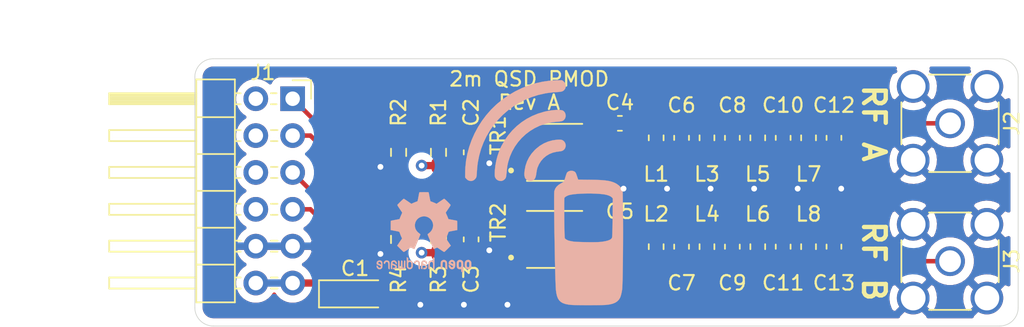
<source format=kicad_pcb>
(kicad_pcb (version 20171130) (host pcbnew 5.1.10-1.fc33)
  (title_block (title "2m QSD PMOD") (date 2021-10-10) (rev A) (company "Mobilinkd LLC"))
  (layers (0 F.Cu signal) (1 In1.Cu power) (2 In2.Cu power) (31 B.Cu signal) (34 B.Paste user) (35 F.Paste user) (36 B.SilkS user) (37 F.SilkS user) (38 B.Mask user) (39 F.Mask user) (44 Edge.Cuts user))
  (net 0 "")
  (net 1 +3V3)
  (net 2 GND)
  (net 3 "Net-(J1-Pad10)")
  (net 4 "Net-(J1-Pad9)")
  (net 5 "Net-(J1-Pad8)")
  (net 6 "Net-(J1-Pad7)")
  (net 7 "Net-(C2-Pad1)")
  (net 8 "Net-(C3-Pad1)")
  (net 9 /rfb-)
  (net 10 /rfb+)
  (net 11 /rfa-)
  (net 12 /rfa+)
  (net 13 /rfa)
  (net 14 /rfb)
  (net 15 "Net-(C4-Pad2)")
  (net 16 "Net-(C4-Pad1)")
  (net 17 "Net-(C5-Pad2)")
  (net 18 "Net-(C5-Pad1)")
  (net 19 "Net-(C8-Pad2)")
  (net 20 "Net-(C10-Pad1)")
  (net 21 "Net-(C9-Pad2)")
  (net 22 "Net-(C11-Pad1)")
  (net 23 "Net-(C12-Pad2)")
  (net 24 "Net-(C13-Pad2)")
  (module Inductor_SMD:L_0603_1608Metric_Pad1.05x0.95mm_HandSolder (layer F.Cu) (at 166.75 95.5 270)
    (fp_text reference L8 (at -2.25 0 180) (layer F.SilkS))
    (fp_text value 430nH)
    (pad 2 smd roundrect (at 0.875 0 270) (size 1.05 0.95) (layers F.Cu F.Paste F.Mask) (net 24 "Net-(C13-Pad2)"))
    (pad 1 smd roundrect (at -0.875 0 270) (size 1.05 0.95) (layers F.Cu F.Paste F.Mask) (net 22 "Net-(C11-Pad1)"))
  )
  (module Inductor_SMD:L_0603_1608Metric_Pad1.05x0.95mm_HandSolder (layer F.Cu) (at 166.75 88 270)
    (fp_text reference L7 (at 2.5 0 180) (layer F.SilkS))
    (fp_text value 430nH)
    (pad 2 smd roundrect (at 0.875 0 270) (size 1.05 0.95) (layers F.Cu F.Paste F.Mask) (net 23 "Net-(C12-Pad2)"))
    (pad 1 smd roundrect (at -0.875 0 270) (size 1.05 0.95) (layers F.Cu F.Paste F.Mask) (net 20 "Net-(C10-Pad1)"))
  )
  (module Inductor_SMD:L_0603_1608Metric_Pad1.05x0.95mm_HandSolder (layer F.Cu) (at 163.25 95.5 270)
    (fp_text reference L6 (at -2.25 0 180) (layer F.SilkS))
    (fp_text value 8.2nH)
    (pad 2 smd roundrect (at 0.875 0 270) (size 1.05 0.95) (layers F.Cu F.Paste F.Mask) (net 2 GND))
    (pad 1 smd roundrect (at -0.875 0 270) (size 1.05 0.95) (layers F.Cu F.Paste F.Mask) (net 22 "Net-(C11-Pad1)"))
  )
  (module Inductor_SMD:L_0603_1608Metric_Pad1.05x0.95mm_HandSolder (layer F.Cu) (at 163.25 88 270)
    (fp_text reference L5 (at 2.5 0 180) (layer F.SilkS))
    (fp_text value 8.2nH)
    (pad 2 smd roundrect (at 0.875 0 270) (size 1.05 0.95) (layers F.Cu F.Paste F.Mask) (net 2 GND))
    (pad 1 smd roundrect (at -0.875 0 270) (size 1.05 0.95) (layers F.Cu F.Paste F.Mask) (net 20 "Net-(C10-Pad1)"))
  )
  (module Inductor_SMD:L_0603_1608Metric_Pad1.05x0.95mm_HandSolder (layer F.Cu) (at 159.75 95.5 270)
    (fp_text reference L4 (at -2.25 0 180) (layer F.SilkS))
    (fp_text value 430nH)
    (pad 2 smd roundrect (at 0.875 0 270) (size 1.05 0.95) (layers F.Cu F.Paste F.Mask) (net 21 "Net-(C9-Pad2)"))
    (pad 1 smd roundrect (at -0.875 0 270) (size 1.05 0.95) (layers F.Cu F.Paste F.Mask) (net 17 "Net-(C5-Pad2)"))
  )
  (module Inductor_SMD:L_0603_1608Metric_Pad1.05x0.95mm_HandSolder (layer F.Cu) (at 159.75 88 270)
    (fp_text reference L3 (at 2.5 0 180) (layer F.SilkS))
    (fp_text value 430nH)
    (pad 2 smd roundrect (at 0.875 0 270) (size 1.05 0.95) (layers F.Cu F.Paste F.Mask) (net 19 "Net-(C8-Pad2)"))
    (pad 1 smd roundrect (at -0.875 0 270) (size 1.05 0.95) (layers F.Cu F.Paste F.Mask) (net 15 "Net-(C4-Pad2)"))
  )
  (module Inductor_SMD:L_0603_1608Metric_Pad1.05x0.95mm_HandSolder (layer F.Cu) (at 156.25 95.5 270)
    (fp_text reference L2 (at -2.25 0 180) (layer F.SilkS))
    (fp_text value 8.2nH)
    (pad 2 smd roundrect (at 0.875 0 270) (size 1.05 0.95) (layers F.Cu F.Paste F.Mask) (net 2 GND))
    (pad 1 smd roundrect (at -0.875 0 270) (size 1.05 0.95) (layers F.Cu F.Paste F.Mask) (net 17 "Net-(C5-Pad2)"))
  )
  (module Inductor_SMD:L_0603_1608Metric_Pad1.05x0.95mm_HandSolder (layer F.Cu) (at 156.25 88 270)
    (fp_text reference L1 (at 2.5 0 180) (layer F.SilkS))
    (fp_text value 8.2nH)
    (pad 2 smd roundrect (at 0.875 0 270) (size 1.05 0.95) (layers F.Cu F.Paste F.Mask) (net 2 GND))
    (pad 1 smd roundrect (at -0.875 0 270) (size 1.05 0.95) (layers F.Cu F.Paste F.Mask) (net 15 "Net-(C4-Pad2)"))
  )
  (module Capacitor_SMD:C_0603_1608Metric_Pad1.08x0.95mm_HandSolder (layer F.Cu) (at 168.5 95.5 270)
    (fp_text reference C13 (at 2.5 0 180) (layer F.SilkS))
    (fp_text value 3.3pF)
    (pad 2 smd roundrect (at 0.8625 0 270) (size 1.075 0.95) (layers F.Cu F.Paste F.Mask) (net 24 "Net-(C13-Pad2)"))
    (pad 1 smd roundrect (at -0.8625 0 270) (size 1.075 0.95) (layers F.Cu F.Paste F.Mask) (net 14 /rfb))
  )
  (module Capacitor_SMD:C_0603_1608Metric_Pad1.08x0.95mm_HandSolder (layer F.Cu) (at 168.5 88 270)
    (fp_text reference C12 (at -2.25 0 180) (layer F.SilkS))
    (fp_text value 3.3pF)
    (pad 2 smd roundrect (at 0.8625 0 270) (size 1.075 0.95) (layers F.Cu F.Paste F.Mask) (net 23 "Net-(C12-Pad2)"))
    (pad 1 smd roundrect (at -0.8625 0 270) (size 1.075 0.95) (layers F.Cu F.Paste F.Mask) (net 13 /rfa))
  )
  (module Capacitor_SMD:C_0603_1608Metric_Pad1.08x0.95mm_HandSolder (layer F.Cu) (at 165 95.5 270)
    (fp_text reference C11 (at 2.5 0 180) (layer F.SilkS))
    (fp_text value 160pF)
    (pad 2 smd roundrect (at 0.8625 0 270) (size 1.075 0.95) (layers F.Cu F.Paste F.Mask) (net 2 GND))
    (pad 1 smd roundrect (at -0.8625 0 270) (size 1.075 0.95) (layers F.Cu F.Paste F.Mask) (net 22 "Net-(C11-Pad1)"))
  )
  (module Capacitor_SMD:C_0603_1608Metric_Pad1.08x0.95mm_HandSolder (layer F.Cu) (at 165 88 270)
    (fp_text reference C10 (at -2.25 0 180) (layer F.SilkS))
    (fp_text value 160pF)
    (pad 2 smd roundrect (at 0.8625 0 270) (size 1.075 0.95) (layers F.Cu F.Paste F.Mask) (net 2 GND))
    (pad 1 smd roundrect (at -0.8625 0 270) (size 1.075 0.95) (layers F.Cu F.Paste F.Mask) (net 20 "Net-(C10-Pad1)"))
  )
  (module Capacitor_SMD:C_0603_1608Metric_Pad1.08x0.95mm_HandSolder (layer F.Cu) (at 161.5 95.5 270)
    (fp_text reference C9 (at 2.5 0 180) (layer F.SilkS))
    (fp_text value 3.3pF)
    (pad 2 smd roundrect (at 0.8625 0 270) (size 1.075 0.95) (layers F.Cu F.Paste F.Mask) (net 21 "Net-(C9-Pad2)"))
    (pad 1 smd roundrect (at -0.8625 0 270) (size 1.075 0.95) (layers F.Cu F.Paste F.Mask) (net 22 "Net-(C11-Pad1)"))
  )
  (module Capacitor_SMD:C_0603_1608Metric_Pad1.08x0.95mm_HandSolder (layer F.Cu) (at 161.5 88 270)
    (fp_text reference C8 (at -2.25 0 180) (layer F.SilkS))
    (fp_text value 3.3pF)
    (pad 2 smd roundrect (at 0.8625 0 270) (size 1.075 0.95) (layers F.Cu F.Paste F.Mask) (net 19 "Net-(C8-Pad2)"))
    (pad 1 smd roundrect (at -0.8625 0 270) (size 1.075 0.95) (layers F.Cu F.Paste F.Mask) (net 20 "Net-(C10-Pad1)"))
  )
  (module Capacitor_SMD:C_0603_1608Metric_Pad1.08x0.95mm_HandSolder (layer F.Cu) (at 158 95.5 270)
    (fp_text reference C7 (at 2.5 0 180) (layer F.SilkS))
    (fp_text value 160pF)
    (pad 2 smd roundrect (at 0.8625 0 270) (size 1.075 0.95) (layers F.Cu F.Paste F.Mask) (net 2 GND))
    (pad 1 smd roundrect (at -0.8625 0 270) (size 1.075 0.95) (layers F.Cu F.Paste F.Mask) (net 17 "Net-(C5-Pad2)"))
  )
  (module Capacitor_SMD:C_0603_1608Metric_Pad1.08x0.95mm_HandSolder (layer F.Cu) (at 158 88 270)
    (fp_text reference C6 (at -2.25 0 180) (layer F.SilkS))
    (fp_text value 160pF)
    (pad 2 smd roundrect (at 0.8625 0 270) (size 1.075 0.95) (layers F.Cu F.Paste F.Mask) (net 2 GND))
    (pad 1 smd roundrect (at -0.8625 0 270) (size 1.075 0.95) (layers F.Cu F.Paste F.Mask) (net 15 "Net-(C4-Pad2)"))
  )
  (module Capacitor_SMD:C_0603_1608Metric (layer F.Cu) (at 153.75 94.5)
    (fp_text reference C5 (at 0 -1.43) (layer F.SilkS))
    (fp_text value 0.1uF)
    (pad 2 smd roundrect (at 0.775 0) (size 0.9 0.95) (layers F.Cu F.Paste F.Mask) (net 17 "Net-(C5-Pad2)"))
    (pad 1 smd roundrect (at -0.775 0) (size 0.9 0.95) (layers F.Cu F.Paste F.Mask) (net 18 "Net-(C5-Pad1)"))
  )
  (module Capacitor_SMD:C_0603_1608Metric (layer F.Cu) (at 153.75 87)
    (fp_text reference C4 (at 0 -1.43) (layer F.SilkS))
    (fp_text value 0.1uF)
    (pad 2 smd roundrect (at 0.775 0) (size 0.9 0.95) (layers F.Cu F.Paste F.Mask) (net 15 "Net-(C4-Pad2)"))
    (pad 1 smd roundrect (at -0.775 0) (size 0.9 0.95) (layers F.Cu F.Paste F.Mask) (net 16 "Net-(C4-Pad1)"))
  )
  (module lvds_pmod:Mobilinkd_Logo (layer B.Cu) (at 150.25 92 180)
    (fp_text reference G1 hide)
    (fp_text value LOGO hide)
  )
  (module Symbol:OSHW-Logo2_7.3x6mm_SilkScreen (layer B.Cu) (at 140.25 94.5 180)
    (fp_text reference REF** hide)
    (fp_text value OSHW-Logo2_7.3x6mm_SilkScreen hide)
  )
  (module lvds_pmod:XFMR_TC1-1-13M+ (layer F.Cu) (at 149.25 95 90)
    (fp_text reference TR2 (at 1.175 -3.885 90) (layer F.SilkS))
    (fp_text value CX2047LNL)
    (pad 4 smd rect (at 1.27 1.59 90) (size 0.76 1.65) (layers F.Cu F.Paste F.Mask) (net 18 "Net-(C5-Pad1)"))
    (pad 6 smd rect (at -1.27 1.59 90) (size 0.76 1.65) (layers F.Cu F.Paste F.Mask) (net 2 GND))
    (pad 1 smd rect (at -1.27 -1.59 90) (size 0.76 1.65) (layers F.Cu F.Paste F.Mask) (net 9 /rfb-))
    (pad 2 smd rect (at 0 -1.59 90) (size 0.76 1.65) (layers F.Cu F.Paste F.Mask) (net 8 "Net-(C3-Pad1)"))
    (pad 3 smd rect (at 1.27 -1.59 90) (size 0.76 1.65) (layers F.Cu F.Paste F.Mask) (net 10 /rfb+))
  )
  (module lvds_pmod:XFMR_TC1-1-13M+ (layer F.Cu) (at 149.25 89 90)
    (fp_text reference TR1 (at 1.175 -3.885 90) (layer F.SilkS))
    (fp_text value CX2047LNL)
    (pad 4 smd rect (at 1.27 1.59 90) (size 0.76 1.65) (layers F.Cu F.Paste F.Mask) (net 16 "Net-(C4-Pad1)"))
    (pad 6 smd rect (at -1.27 1.59 90) (size 0.76 1.65) (layers F.Cu F.Paste F.Mask) (net 2 GND))
    (pad 1 smd rect (at -1.27 -1.59 90) (size 0.76 1.65) (layers F.Cu F.Paste F.Mask) (net 11 /rfa-))
    (pad 2 smd rect (at 0 -1.59 90) (size 0.76 1.65) (layers F.Cu F.Paste F.Mask) (net 7 "Net-(C2-Pad1)"))
    (pad 3 smd rect (at 1.27 -1.59 90) (size 0.76 1.65) (layers F.Cu F.Paste F.Mask) (net 12 /rfa+))
  )
  (module Resistor_SMD:R_0603_1608Metric_Pad0.98x0.95mm_HandSolder (layer F.Cu) (at 138.5 95 270)
    (fp_text reference R4 (at 2.75 0 90) (layer F.SilkS))
    (fp_text value 1k)
    (pad 2 smd roundrect (at 0.9125 0 270) (size 0.975 0.95) (layers F.Cu F.Paste F.Mask) (net 2 GND))
    (pad 1 smd roundrect (at -0.9125 0 270) (size 0.975 0.95) (layers F.Cu F.Paste F.Mask) (net 8 "Net-(C3-Pad1)"))
  )
  (module Resistor_SMD:R_0603_1608Metric_Pad0.98x0.95mm_HandSolder (layer F.Cu) (at 141.25 95 90)
    (fp_text reference R3 (at -2.75 0 90) (layer F.SilkS))
    (fp_text value 1k)
    (pad 2 smd roundrect (at 0.9125 0 90) (size 0.975 0.95) (layers F.Cu F.Paste F.Mask) (net 8 "Net-(C3-Pad1)"))
    (pad 1 smd roundrect (at -0.9125 0 90) (size 0.975 0.95) (layers F.Cu F.Paste F.Mask) (net 1 +3V3))
  )
  (module Resistor_SMD:R_0603_1608Metric_Pad0.98x0.95mm_HandSolder (layer F.Cu) (at 138.5 89 270)
    (fp_text reference R2 (at -2.75 0 90) (layer F.SilkS))
    (fp_text value 1k)
    (pad 2 smd roundrect (at 0.9125 0 270) (size 0.975 0.95) (layers F.Cu F.Paste F.Mask) (net 2 GND))
    (pad 1 smd roundrect (at -0.9125 0 270) (size 0.975 0.95) (layers F.Cu F.Paste F.Mask) (net 7 "Net-(C2-Pad1)"))
  )
  (module Resistor_SMD:R_0603_1608Metric_Pad0.98x0.95mm_HandSolder (layer F.Cu) (at 141.25 89 90)
    (fp_text reference R1 (at 2.75 0 90) (layer F.SilkS))
    (fp_text value 1k)
    (pad 2 smd roundrect (at 0.9125 0 90) (size 0.975 0.95) (layers F.Cu F.Paste F.Mask) (net 7 "Net-(C2-Pad1)"))
    (pad 1 smd roundrect (at -0.9125 0 90) (size 0.975 0.95) (layers F.Cu F.Paste F.Mask) (net 1 +3V3))
  )
  (module Connector_Coaxial:SMA_Amphenol_901-144_Vertical (layer F.Cu) (at 176.5 96.5)
    (fp_text reference J3 (at 4.25 0 90) (layer F.SilkS))
    (fp_text value Conn_Coaxial)
    (pad 2 thru_hole circle (at -2.54 2.54) (size 2.25 2.25) (drill 1.7) (layers *.Cu *.Mask) (net 2 GND))
    (pad 2 thru_hole circle (at -2.54 -2.54) (size 2.25 2.25) (drill 1.7) (layers *.Cu *.Mask) (net 2 GND))
    (pad 2 thru_hole circle (at 2.54 -2.54) (size 2.25 2.25) (drill 1.7) (layers *.Cu *.Mask) (net 2 GND))
    (pad 2 thru_hole circle (at 2.54 2.54) (size 2.25 2.25) (drill 1.7) (layers *.Cu *.Mask) (net 2 GND))
    (pad 1 thru_hole circle (at 0 0) (size 2.05 2.05) (drill 1.5) (layers *.Cu *.Mask) (net 14 /rfb))
  )
  (module Connector_Coaxial:SMA_Amphenol_901-144_Vertical (layer F.Cu) (at 176.5 87)
    (fp_text reference J2 (at 4.25 0 270) (layer F.SilkS))
    (fp_text value Conn_Coaxial)
    (pad 2 thru_hole circle (at -2.54 2.54) (size 2.25 2.25) (drill 1.7) (layers *.Cu *.Mask) (net 2 GND))
    (pad 2 thru_hole circle (at -2.54 -2.54) (size 2.25 2.25) (drill 1.7) (layers *.Cu *.Mask) (net 2 GND))
    (pad 2 thru_hole circle (at 2.54 -2.54) (size 2.25 2.25) (drill 1.7) (layers *.Cu *.Mask) (net 2 GND))
    (pad 2 thru_hole circle (at 2.54 2.54) (size 2.25 2.25) (drill 1.7) (layers *.Cu *.Mask) (net 2 GND))
    (pad 1 thru_hole circle (at 0 0) (size 2.05 2.05) (drill 1.5) (layers *.Cu *.Mask) (net 13 /rfa))
  )
  (module Capacitor_SMD:C_0603_1608Metric_Pad1.08x0.95mm_HandSolder (layer F.Cu) (at 143.5 95 270)
    (fp_text reference C3 (at 2.75 0 90) (layer F.SilkS))
    (fp_text value 0.1uF)
    (pad 2 smd roundrect (at 0.8625 0 270) (size 1.075 0.95) (layers F.Cu F.Paste F.Mask) (net 2 GND))
    (pad 1 smd roundrect (at -0.8625 0 270) (size 1.075 0.95) (layers F.Cu F.Paste F.Mask) (net 8 "Net-(C3-Pad1)"))
  )
  (module Capacitor_SMD:C_0603_1608Metric_Pad1.08x0.95mm_HandSolder (layer F.Cu) (at 143.5 89 270)
    (fp_text reference C2 (at -2.75 0 90) (layer F.SilkS))
    (fp_text value 0.1uF)
    (pad 2 smd roundrect (at 0.8625 0 270) (size 1.075 0.95) (layers F.Cu F.Paste F.Mask) (net 2 GND))
    (pad 1 smd roundrect (at -0.8625 0 270) (size 1.075 0.95) (layers F.Cu F.Paste F.Mask) (net 7 "Net-(C2-Pad1)"))
  )
  (module Capacitor_Tantalum_SMD:CP_EIA-3216-12_Kemet-S_Pad1.58x1.35mm_HandSolder (layer F.Cu) (at 135.5 98.75)
    (fp_text reference C1 (at 0 -1.75) (layer F.SilkS))
    (fp_text value 10uF)
    (pad 2 smd roundrect (at 1.4375 0) (size 1.575 1.35) (layers F.Cu F.Paste F.Mask) (roundrect_rratio 0.185185) (net 2 GND))
    (pad 1 smd roundrect (at -1.4375 0) (size 1.575 1.35) (layers F.Cu F.Paste F.Mask) (roundrect_rratio 0.185185) (net 1 +3V3))
  )
  (module Connector_PinHeader_2.54mm:PinHeader_2x06_P2.54mm_Horizontal (layer F.Cu) (at 125.5 90.805)
    (fp_text reference J1 (at 3.655 -7.305) (layer F.SilkS))
    (fp_text value Conn_02x06_Top_Bottom)
    (pad 12 thru_hole oval (at 3.16 7.2) (size 1.7 1.7) (drill 1) (layers *.Cu *.Mask) (net 1 +3V3))
    (pad 6 thru_hole oval (at 5.7 7.2) (size 1.7 1.7) (drill 1) (layers *.Cu *.Mask) (net 1 +3V3))
    (pad 11 thru_hole oval (at 3.16 4.66) (size 1.7 1.7) (drill 1) (layers *.Cu *.Mask) (net 2 GND))
    (pad 5 thru_hole oval (at 5.7 4.66) (size 1.7 1.7) (drill 1) (layers *.Cu *.Mask) (net 2 GND))
    (pad 10 thru_hole oval (at 3.16 2.12) (size 1.7 1.7) (drill 1) (layers *.Cu *.Mask) (net 3 "Net-(J1-Pad10)"))
    (pad 4 thru_hole oval (at 5.7 2.12) (size 1.7 1.7) (drill 1) (layers *.Cu *.Mask) (net 9 /rfb-))
    (pad 9 thru_hole oval (at 3.16 -0.42) (size 1.7 1.7) (drill 1) (layers *.Cu *.Mask) (net 4 "Net-(J1-Pad9)"))
    (pad 3 thru_hole oval (at 5.7 -0.42) (size 1.7 1.7) (drill 1) (layers *.Cu *.Mask) (net 10 /rfb+))
    (pad 8 thru_hole oval (at 3.16 -2.96) (size 1.7 1.7) (drill 1) (layers *.Cu *.Mask) (net 5 "Net-(J1-Pad8)"))
    (pad 2 thru_hole oval (at 5.7 -2.96) (size 1.7 1.7) (drill 1) (layers *.Cu *.Mask) (net 11 /rfa-))
    (pad 7 thru_hole oval (at 3.16 -5.5) (size 1.7 1.7) (drill 1) (layers *.Cu *.Mask) (net 6 "Net-(J1-Pad7)"))
    (pad 1 thru_hole rect (at 5.7 -5.5) (size 1.7 1.7) (drill 1) (layers *.Cu *.Mask) (net 12 /rfa+))
  )
  (gr_text "RF B" (at 171.25 96.5 -90) (layer F.SilkS) (effects (font (size 1.5 1.5) (thickness 0.3))))
  (gr_text "RF A" (at 171.25 87 -90) (layer F.SilkS) (effects (font (size 1.5 1.5) (thickness 0.3))))
  (gr_text "2m QSD PMOD\nRev A" (at 147.5 84.75) (layer F.SilkS) (effects (font (size 1 1))))
  (gr_arc (start 179.925 99.695) (end 179.925 100.965) (angle -90) (layer Edge.Cuts) (width 0.05))
  (gr_arc (start 125.73 99.695) (end 124.46 99.695) (angle -90) (layer Edge.Cuts) (width 0.05))
  (gr_arc (start 125.73 83.82) (end 125.73 82.55) (angle -90) (layer Edge.Cuts) (width 0.05))
  (gr_arc (start 179.925 83.82) (end 181.195 83.82) (angle -90) (layer Edge.Cuts) (width 0.05))
  (gr_line (start 181.195 99.695) (end 181.195 83.82) (layer Edge.Cuts) (width 0.05))
  (gr_line (start 125.73 100.965) (end 179.925 100.965) (layer Edge.Cuts) (width 0.05))
  (gr_line (start 125.73 82.55) (end 179.925 82.55) (layer Edge.Cuts) (width 0.05))
  (gr_line (start 124.46 83.82) (end 124.46 99.695) (layer Edge.Cuts) (width 0.05))
  (segment (start 128.255 98.005) (end 130.795 98.005) (width 0.5) (layer B.Cu) (net 1))
  (segment (start 141.25 89.9125) (end 140.0875 89.9125) (width 0.5) (layer F.Cu) (net 1))
  (via (at 140.0875 89.9125) (size 0.8) (drill 0.4) (layers F.Cu B.Cu) (net 1))
  (segment (start 141.25 95.9125) (end 140.0875 95.9125) (width 0.5) (layer F.Cu) (net 1))
  (via (at 140.0875 95.9125) (size 0.8) (drill 0.4) (layers F.Cu B.Cu) (net 1))
  (segment (start 133.5675 98.005) (end 133.75 98.1875) (width 0.5) (layer F.Cu) (net 1))
  (segment (start 131.3825 98.1875) (end 131.2 98.005) (width 0.5) (layer F.Cu) (net 1))
  (segment (start 133.3175 98.005) (end 134.0625 98.75) (width 0.5) (layer F.Cu) (net 1))
  (segment (start 131.2 98.005) (end 133.3175 98.005) (width 0.5) (layer F.Cu) (net 1))
  (via (at 137.25 96) (size 0.8) (drill 0.4) (layers F.Cu B.Cu) (net 2))
  (segment (start 137.3375 95.9125) (end 137.25 96) (width 0.5) (layer F.Cu) (net 2))
  (segment (start 138.5 95.9125) (end 137.3375 95.9125) (width 0.5) (layer F.Cu) (net 2))
  (via (at 137.25 90) (size 0.8) (drill 0.4) (layers F.Cu B.Cu) (net 2))
  (segment (start 137.3375 89.9125) (end 137.25 90) (width 0.5) (layer F.Cu) (net 2))
  (segment (start 138.5 89.9125) (end 137.3375 89.9125) (width 0.5) (layer F.Cu) (net 2))
  (via (at 144.75 95.75) (size 0.8) (drill 0.4) (layers F.Cu B.Cu) (net 2))
  (segment (start 144.6375 95.8625) (end 144.75 95.75) (width 0.5) (layer F.Cu) (net 2))
  (segment (start 143.5 95.8625) (end 144.6375 95.8625) (width 0.5) (layer F.Cu) (net 2))
  (via (at 144.75 89.75) (size 0.8) (drill 0.4) (layers F.Cu B.Cu) (net 2))
  (segment (start 144.6375 89.8625) (end 144.75 89.75) (width 0.5) (layer F.Cu) (net 2))
  (segment (start 143.5 89.8625) (end 144.6375 89.8625) (width 0.5) (layer F.Cu) (net 2))
  (via (at 154 91.5) (size 0.8) (drill 0.4) (layers F.Cu B.Cu) (net 2))
  (via (at 157 91.5) (size 0.8) (drill 0.4) (layers F.Cu B.Cu) (net 2))
  (via (at 160 91.5) (size 0.8) (drill 0.4) (layers F.Cu B.Cu) (net 2))
  (via (at 163 91.5) (size 0.8) (drill 0.4) (layers F.Cu B.Cu) (net 2))
  (via (at 166 91.5) (size 0.8) (drill 0.4) (layers F.Cu B.Cu) (net 2))
  (via (at 169 91.5) (size 0.8) (drill 0.4) (layers F.Cu B.Cu) (net 2))
  (via (at 140 99.5) (size 0.8) (drill 0.4) (layers F.Cu B.Cu) (net 2))
  (via (at 143 99.5) (size 0.8) (drill 0.4) (layers F.Cu B.Cu) (net 2))
  (via (at 146 99.5) (size 0.8) (drill 0.4) (layers F.Cu B.Cu) (net 2))
  (segment (start 138.5 88.0875) (end 141.25 88.0875) (width 0.25) (layer F.Cu) (net 7))
  (segment (start 143.45 88.0875) (end 143.5 88.1375) (width 0.25) (layer F.Cu) (net 7))
  (segment (start 141.25 88.0875) (end 143.45 88.0875) (width 0.25) (layer F.Cu) (net 7))
  (segment (start 145.634975 88.1375) (end 143.5 88.1375) (width 0.25) (layer F.Cu) (net 7))
  (segment (start 146.497475 89) (end 145.634975 88.1375) (width 0.25) (layer F.Cu) (net 7))
  (segment (start 147.66 89) (end 146.497475 89) (width 0.25) (layer F.Cu) (net 7))
  (segment (start 138.5 94.0875) (end 141.25 94.0875) (width 0.25) (layer F.Cu) (net 8))
  (segment (start 143.45 94.0875) (end 143.5 94.1375) (width 0.25) (layer F.Cu) (net 8))
  (segment (start 141.25 94.0875) (end 143.45 94.0875) (width 0.25) (layer F.Cu) (net 8))
  (segment (start 146.497475 95) (end 145.747475 94.25) (width 0.25) (layer F.Cu) (net 8))
  (segment (start 147.66 95) (end 146.497475 95) (width 0.25) (layer F.Cu) (net 8))
  (segment (start 143.6125 94.25) (end 143.5 94.1375) (width 0.25) (layer F.Cu) (net 8))
  (segment (start 145.747475 94.25) (end 143.6125 94.25) (width 0.25) (layer F.Cu) (net 8))
  (segment (start 135.20001 95.689012) (end 135.20001 94.350424) (width 0.31) (layer F.Cu) (net 9))
  (segment (start 145.517498 97.175001) (end 136.685999 97.175001) (width 0.31) (layer F.Cu) (net 9))
  (segment (start 132.424781 92.925) (end 131.2 92.925) (width 0.31) (layer F.Cu) (net 9))
  (segment (start 146.422499 96.27) (end 145.517498 97.175001) (width 0.31) (layer F.Cu) (net 9))
  (segment (start 135.20001 94.350424) (end 134.599576 93.74999) (width 0.31) (layer F.Cu) (net 9))
  (segment (start 134.599576 93.74999) (end 133.249771 93.74999) (width 0.31) (layer F.Cu) (net 9))
  (segment (start 133.249771 93.74999) (end 132.424781 92.925) (width 0.31) (layer F.Cu) (net 9))
  (segment (start 147.66 96.27) (end 146.422499 96.27) (width 0.31) (layer F.Cu) (net 9))
  (segment (start 136.685999 97.175001) (end 135.20001 95.689012) (width 0.31) (layer F.Cu) (net 9))
  (segment (start 147.66 93.73) (end 146.500281 93.73) (width 0.31) (layer F.Cu) (net 10))
  (segment (start 136.133094 93.968303) (end 134.98479 92.819999) (width 0.31) (layer F.Cu) (net 10))
  (segment (start 137.843104 92.82499) (end 136.133094 94.535) (width 0.31) (layer F.Cu) (net 10))
  (segment (start 136.133094 94.535) (end 136.133094 93.968303) (width 0.31) (layer F.Cu) (net 10))
  (segment (start 134.98479 92.819999) (end 133.634999 92.819999) (width 0.31) (layer F.Cu) (net 10))
  (segment (start 133.082391 92.267391) (end 131.2 90.385) (width 0.31) (layer F.Cu) (net 10))
  (segment (start 145.595271 92.82499) (end 137.843104 92.82499) (width 0.31) (layer F.Cu) (net 10))
  (segment (start 133.634999 92.819999) (end 133.082391 92.267391) (width 0.31) (layer F.Cu) (net 10))
  (segment (start 146.500281 93.73) (end 145.595271 92.82499) (width 0.31) (layer F.Cu) (net 10))
  (segment (start 132.424781 87.845) (end 131.2 87.845) (width 0.31) (layer F.Cu) (net 11))
  (segment (start 134.044781 89.465) (end 132.424781 87.845) (width 0.31) (layer F.Cu) (net 11))
  (segment (start 136.685999 91.175001) (end 136.074999 90.564001) (width 0.31) (layer F.Cu) (net 11))
  (segment (start 145.517498 91.175001) (end 136.685999 91.175001) (width 0.31) (layer F.Cu) (net 11))
  (segment (start 136.074999 90.564001) (end 136.074999 89.465) (width 0.31) (layer F.Cu) (net 11))
  (segment (start 147.66 90.27) (end 146.422499 90.27) (width 0.31) (layer F.Cu) (net 11))
  (segment (start 136.074999 89.465) (end 134.044781 89.465) (width 0.31) (layer F.Cu) (net 11))
  (segment (start 146.422499 90.27) (end 145.517498 91.175001) (width 0.31) (layer F.Cu) (net 11))
  (segment (start 147.66 87.73) (end 146.500281 87.73) (width 0.31) (layer F.Cu) (net 12))
  (segment (start 145.595271 86.82499) (end 137.843104 86.82499) (width 0.31) (layer F.Cu) (net 12))
  (segment (start 136.133094 88.535) (end 134.43 88.535) (width 0.31) (layer F.Cu) (net 12))
  (segment (start 146.500281 87.73) (end 145.595271 86.82499) (width 0.31) (layer F.Cu) (net 12))
  (segment (start 133.082391 87.187391) (end 131.2 85.305) (width 0.31) (layer F.Cu) (net 12))
  (segment (start 134.43 88.535) (end 133.082391 87.187391) (width 0.31) (layer F.Cu) (net 12))
  (segment (start 137.843104 86.82499) (end 136.133094 88.535) (width 0.31) (layer F.Cu) (net 12))
  (segment (start 168.6375 87) (end 168.5 87.1375) (width 0.31) (layer F.Cu) (net 13))
  (segment (start 176.5 87) (end 168.6375 87) (width 0.31) (layer F.Cu) (net 13))
  (segment (start 176.5 96.5) (end 172.75 96.5) (width 0.31) (layer F.Cu) (net 14))
  (segment (start 170.8875 94.6375) (end 168.5 94.6375) (width 0.31) (layer F.Cu) (net 14))
  (segment (start 172.75 96.5) (end 170.8875 94.6375) (width 0.31) (layer F.Cu) (net 14))
  (segment (start 156.125 87) (end 156.25 87.125) (width 0.25) (layer F.Cu) (net 15))
  (segment (start 154.525 87) (end 156.125 87) (width 0.25) (layer F.Cu) (net 15))
  (segment (start 157.9875 87.125) (end 158 87.1375) (width 0.25) (layer F.Cu) (net 15))
  (segment (start 156.25 87.125) (end 157.9875 87.125) (width 0.25) (layer F.Cu) (net 15))
  (segment (start 159.7375 87.1375) (end 159.75 87.125) (width 0.25) (layer F.Cu) (net 15))
  (segment (start 158 87.1375) (end 159.7375 87.1375) (width 0.25) (layer F.Cu) (net 15))
  (segment (start 151.07 87.5) (end 150.84 87.73) (width 0.31) (layer F.Cu) (net 16))
  (segment (start 150.930001 87.639999) (end 150.84 87.73) (width 0.31) (layer F.Cu) (net 16))
  (segment (start 152.245 87.73) (end 152.975 87) (width 0.25) (layer F.Cu) (net 16))
  (segment (start 150.84 87.73) (end 152.245 87.73) (width 0.25) (layer F.Cu) (net 16))
  (segment (start 158.0125 94.625) (end 158 94.6375) (width 0.25) (layer F.Cu) (net 17))
  (segment (start 159.75 94.625) (end 158.0125 94.625) (width 0.25) (layer F.Cu) (net 17))
  (segment (start 156.2625 94.6375) (end 156.25 94.625) (width 0.25) (layer F.Cu) (net 17))
  (segment (start 158 94.6375) (end 156.2625 94.6375) (width 0.25) (layer F.Cu) (net 17))
  (segment (start 154.65 94.625) (end 154.525 94.5) (width 0.25) (layer F.Cu) (net 17))
  (segment (start 156.25 94.625) (end 154.65 94.625) (width 0.25) (layer F.Cu) (net 17))
  (segment (start 151.61 94.5) (end 150.84 93.73) (width 0.25) (layer F.Cu) (net 18))
  (segment (start 152.975 94.5) (end 151.61 94.5) (width 0.25) (layer F.Cu) (net 18))
  (segment (start 161.4875 88.875) (end 161.5 88.8625) (width 0.25) (layer F.Cu) (net 19))
  (segment (start 159.75 88.875) (end 161.4875 88.875) (width 0.25) (layer F.Cu) (net 19))
  (segment (start 163.2375 87.1375) (end 163.25 87.125) (width 0.25) (layer F.Cu) (net 20))
  (segment (start 161.5 87.1375) (end 163.2375 87.1375) (width 0.25) (layer F.Cu) (net 20))
  (segment (start 164.9875 87.125) (end 165 87.1375) (width 0.25) (layer F.Cu) (net 20))
  (segment (start 163.25 87.125) (end 164.9875 87.125) (width 0.25) (layer F.Cu) (net 20))
  (segment (start 166.7375 87.1375) (end 166.75 87.125) (width 0.25) (layer F.Cu) (net 20))
  (segment (start 165 87.1375) (end 166.7375 87.1375) (width 0.25) (layer F.Cu) (net 20))
  (segment (start 159.7625 96.3625) (end 159.75 96.375) (width 0.25) (layer F.Cu) (net 21))
  (segment (start 161.5 96.3625) (end 159.7625 96.3625) (width 0.25) (layer F.Cu) (net 21))
  (segment (start 165.0125 94.625) (end 165 94.6375) (width 0.25) (layer F.Cu) (net 22))
  (segment (start 166.75 94.625) (end 165.0125 94.625) (width 0.25) (layer F.Cu) (net 22))
  (segment (start 163.2625 94.6375) (end 163.25 94.625) (width 0.25) (layer F.Cu) (net 22))
  (segment (start 165 94.6375) (end 163.2625 94.6375) (width 0.25) (layer F.Cu) (net 22))
  (segment (start 161.5125 94.625) (end 161.5 94.6375) (width 0.25) (layer F.Cu) (net 22))
  (segment (start 163.25 94.625) (end 161.5125 94.625) (width 0.25) (layer F.Cu) (net 22))
  (segment (start 168.4875 88.875) (end 168.5 88.8625) (width 0.25) (layer F.Cu) (net 23))
  (segment (start 166.75 88.875) (end 168.4875 88.875) (width 0.25) (layer F.Cu) (net 23))
  (segment (start 166.7625 96.3625) (end 166.75 96.375) (width 0.25) (layer F.Cu) (net 24))
  (segment (start 168.5 96.3625) (end 166.7625 96.3625) (width 0.25) (layer F.Cu) (net 24))
  (zone (net 2) (net_name GND) (layer F.Cu) (connect_pads (clearance 0.508)) (min_thickness 0.254) (fill yes (arc_segments 32) (thermal_gap 0.508) (thermal_bridge_width 0.508))
    (polygon (pts (xy 181 100.75) (xy 124.75 100.75) (xy 124.75 82.75) (xy 181 82.75)))
  )
  (zone (net 2) (net_name GND) (layer B.Cu) (connect_pads (clearance 0.508)) (min_thickness 0.254) (fill yes (arc_segments 32) (thermal_gap 0.508) (thermal_bridge_width 0.508))
    (polygon (pts (xy 181 100.75) (xy 124.75 100.75) (xy 124.75 82.75) (xy 181 82.75)))
  )
)
</source>
